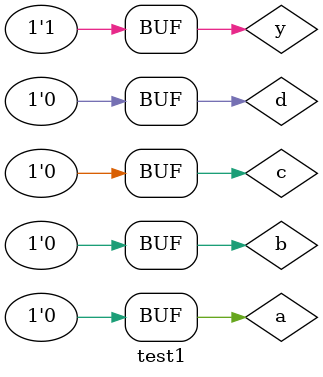
<source format=v>
`timescale 1ns / 1ps


module test1;

	// Inputs
	reg a = 0;
	reg b = 0;
	reg c = 0;
	reg d = 0;
	reg y = 0;

	// Outputs
	wire [3:0] next_state;
	wire ld;
	wire en;

	// Instantiate the Unit Under Test (UUT)
	Counter_comb_testing uut (
		.next_state(next_state), 
		.ld(ld), 
		.en(en), 
		.a(a), 
		.b(b), 
		.c(c), 
		.d(d), 
		.y(y)
	);

	initial begin
		// Initialize Inputs
		a = 0;
		b = 0;
		c = 0;
		d = 0;
		y = 1;

		// Wait 100 ns for global reset to finish
		#100;
        
		// Add stimulus here

	end
      
endmodule


</source>
